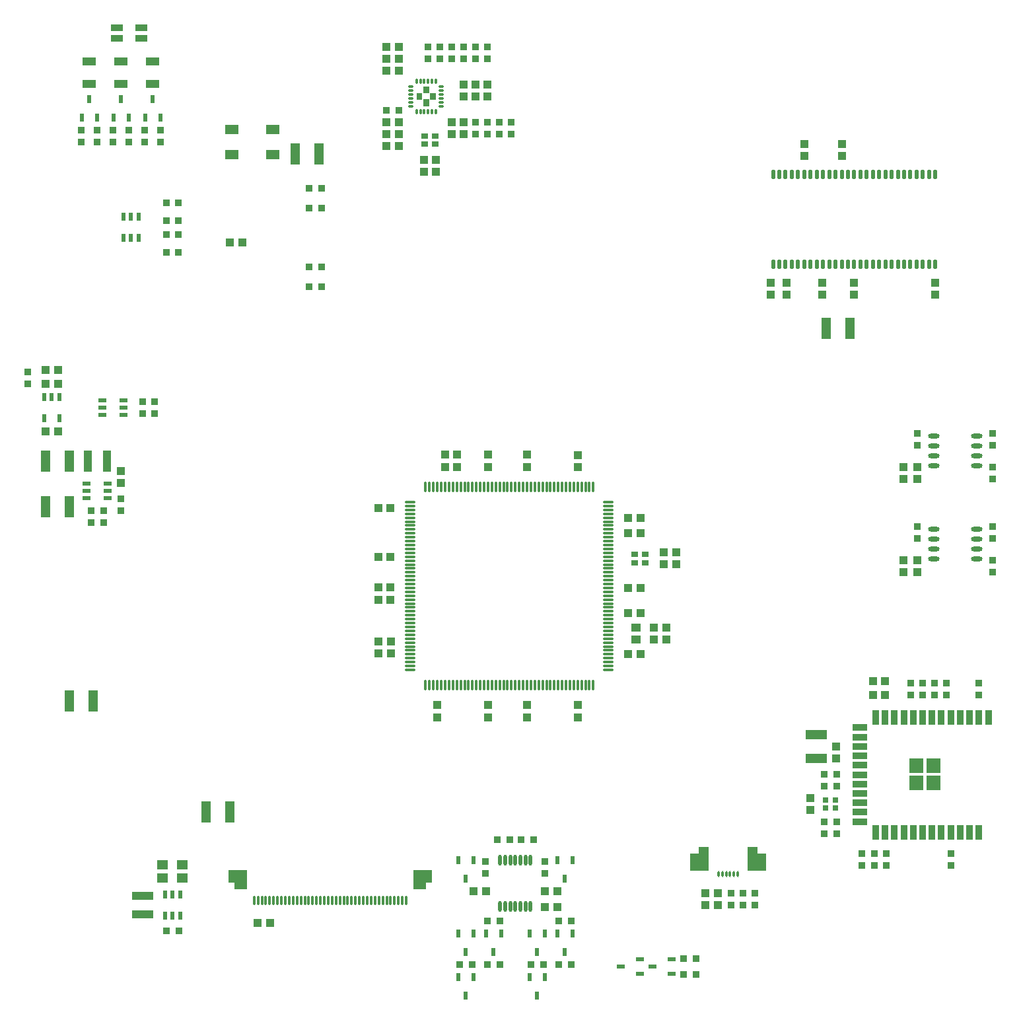
<source format=gtp>
G04*
G04 #@! TF.GenerationSoftware,Altium Limited,Altium Designer,22.9.1 (49)*
G04*
G04 Layer_Color=8421504*
%FSLAX25Y25*%
%MOIN*%
G70*
G04*
G04 #@! TF.SameCoordinates,BD774D37-2A64-432E-85FC-E47F3F74055D*
G04*
G04*
G04 #@! TF.FilePolarity,Positive*
G04*
G01*
G75*
%ADD13R,0.04921X0.11024*%
%ADD14R,0.03740X0.03347*%
%ADD15R,0.05906X0.03543*%
%ADD16R,0.07165X0.04882*%
%ADD17R,0.03347X0.02953*%
G04:AMPARAMS|DCode=18|XSize=23.62mil|YSize=57.09mil|CornerRadius=11.81mil|HoleSize=0mil|Usage=FLASHONLY|Rotation=270.000|XOffset=0mil|YOffset=0mil|HoleType=Round|Shape=RoundedRectangle|*
%AMROUNDEDRECTD18*
21,1,0.02362,0.03347,0,0,270.0*
21,1,0.00000,0.05709,0,0,270.0*
1,1,0.02362,-0.01673,0.00000*
1,1,0.02362,-0.01673,0.00000*
1,1,0.02362,0.01673,0.00000*
1,1,0.02362,0.01673,0.00000*
%
%ADD18ROUNDEDRECTD18*%
%ADD19R,0.03937X0.03839*%
%ADD20R,0.03150X0.02756*%
%ADD21R,0.03839X0.03937*%
G04:AMPARAMS|DCode=22|XSize=11.81mil|YSize=55.12mil|CornerRadius=5.91mil|HoleSize=0mil|Usage=FLASHONLY|Rotation=270.000|XOffset=0mil|YOffset=0mil|HoleType=Round|Shape=RoundedRectangle|*
%AMROUNDEDRECTD22*
21,1,0.01181,0.04331,0,0,270.0*
21,1,0.00000,0.05512,0,0,270.0*
1,1,0.01181,-0.02165,0.00000*
1,1,0.01181,-0.02165,0.00000*
1,1,0.01181,0.02165,0.00000*
1,1,0.01181,0.02165,0.00000*
%
%ADD22ROUNDEDRECTD22*%
G04:AMPARAMS|DCode=23|XSize=11.81mil|YSize=55.12mil|CornerRadius=5.91mil|HoleSize=0mil|Usage=FLASHONLY|Rotation=180.000|XOffset=0mil|YOffset=0mil|HoleType=Round|Shape=RoundedRectangle|*
%AMROUNDEDRECTD23*
21,1,0.01181,0.04331,0,0,180.0*
21,1,0.00000,0.05512,0,0,180.0*
1,1,0.01181,0.00000,0.02165*
1,1,0.01181,0.00000,0.02165*
1,1,0.01181,0.00000,-0.02165*
1,1,0.01181,0.00000,-0.02165*
%
%ADD23ROUNDEDRECTD23*%
%ADD24R,0.04921X0.03937*%
G04:AMPARAMS|DCode=25|XSize=21.65mil|YSize=47.24mil|CornerRadius=10.83mil|HoleSize=0mil|Usage=FLASHONLY|Rotation=180.000|XOffset=0mil|YOffset=0mil|HoleType=Round|Shape=RoundedRectangle|*
%AMROUNDEDRECTD25*
21,1,0.02165,0.02559,0,0,180.0*
21,1,0.00000,0.04724,0,0,180.0*
1,1,0.02165,0.00000,0.01280*
1,1,0.02165,0.00000,0.01280*
1,1,0.02165,0.00000,-0.01280*
1,1,0.02165,0.00000,-0.01280*
%
%ADD25ROUNDEDRECTD25*%
%ADD26R,0.03201X0.07402*%
%ADD27R,0.07402X0.03201*%
%ADD28R,0.11024X0.04921*%
%ADD29R,0.03347X0.03740*%
G04:AMPARAMS|DCode=30|XSize=11.81mil|YSize=31.5mil|CornerRadius=5.91mil|HoleSize=0mil|Usage=FLASHONLY|Rotation=180.000|XOffset=0mil|YOffset=0mil|HoleType=Round|Shape=RoundedRectangle|*
%AMROUNDEDRECTD30*
21,1,0.01181,0.01968,0,0,180.0*
21,1,0.00000,0.03150,0,0,180.0*
1,1,0.01181,0.00000,0.00984*
1,1,0.01181,0.00000,0.00984*
1,1,0.01181,0.00000,-0.00984*
1,1,0.01181,0.00000,-0.00984*
%
%ADD30ROUNDEDRECTD30*%
%ADD31R,0.03937X0.03937*%
%ADD32R,0.03937X0.02362*%
%ADD33R,0.02362X0.03937*%
G04:AMPARAMS|DCode=34|XSize=17.72mil|YSize=55.12mil|CornerRadius=8.86mil|HoleSize=0mil|Usage=FLASHONLY|Rotation=0.000|XOffset=0mil|YOffset=0mil|HoleType=Round|Shape=RoundedRectangle|*
%AMROUNDEDRECTD34*
21,1,0.01772,0.03740,0,0,0.0*
21,1,0.00000,0.05512,0,0,0.0*
1,1,0.01772,0.00000,-0.01870*
1,1,0.01772,0.00000,-0.01870*
1,1,0.01772,0.00000,0.01870*
1,1,0.01772,0.00000,0.01870*
%
%ADD34ROUNDEDRECTD34*%
%ADD35R,0.05512X0.04528*%
%ADD36R,0.10630X0.03937*%
G04:AMPARAMS|DCode=37|XSize=11.81mil|YSize=47.24mil|CornerRadius=5.91mil|HoleSize=0mil|Usage=FLASHONLY|Rotation=180.000|XOffset=0mil|YOffset=0mil|HoleType=Round|Shape=RoundedRectangle|*
%AMROUNDEDRECTD37*
21,1,0.01181,0.03543,0,0,180.0*
21,1,0.00000,0.04724,0,0,180.0*
1,1,0.01181,0.00000,0.01772*
1,1,0.01181,0.00000,0.01772*
1,1,0.01181,0.00000,-0.01772*
1,1,0.01181,0.00000,-0.01772*
%
%ADD37ROUNDEDRECTD37*%
%ADD38R,0.06299X0.06299*%
%ADD39R,0.02362X0.04134*%
%ADD40R,0.03937X0.10630*%
G04:AMPARAMS|DCode=41|XSize=13.78mil|YSize=27.56mil|CornerRadius=6.89mil|HoleSize=0mil|Usage=FLASHONLY|Rotation=180.000|XOffset=0mil|YOffset=0mil|HoleType=Round|Shape=RoundedRectangle|*
%AMROUNDEDRECTD41*
21,1,0.01378,0.01378,0,0,180.0*
21,1,0.00000,0.02756,0,0,180.0*
1,1,0.01378,0.00000,0.00689*
1,1,0.01378,0.00000,0.00689*
1,1,0.01378,0.00000,-0.00689*
1,1,0.01378,0.00000,-0.00689*
%
%ADD41ROUNDEDRECTD41*%
G04:AMPARAMS|DCode=42|XSize=13.78mil|YSize=27.56mil|CornerRadius=6.89mil|HoleSize=0mil|Usage=FLASHONLY|Rotation=90.000|XOffset=0mil|YOffset=0mil|HoleType=Round|Shape=RoundedRectangle|*
%AMROUNDEDRECTD42*
21,1,0.01378,0.01378,0,0,90.0*
21,1,0.00000,0.02756,0,0,90.0*
1,1,0.01378,0.00689,0.00000*
1,1,0.01378,0.00689,0.00000*
1,1,0.01378,-0.00689,0.00000*
1,1,0.01378,-0.00689,0.00000*
%
%ADD42ROUNDEDRECTD42*%
%ADD43R,0.06693X0.04134*%
G36*
X-44500Y213500D02*
X-47500D01*
Y216900D01*
X-44500D01*
Y213500D01*
D02*
G37*
G36*
X-41100Y210200D02*
X-44000D01*
Y213800D01*
X-41100D01*
Y210200D01*
D02*
G37*
G36*
X-48000D02*
X-50900D01*
Y213800D01*
X-48000D01*
Y210200D01*
D02*
G37*
G36*
X-44500Y207100D02*
X-47500D01*
Y210500D01*
X-44500D01*
Y207100D01*
D02*
G37*
G36*
X213674Y-129213D02*
X206587D01*
Y-122126D01*
X213674D01*
Y-129213D01*
D02*
G37*
G36*
X205013D02*
X197926D01*
Y-122126D01*
X205013D01*
Y-129213D01*
D02*
G37*
G36*
X213674Y-137874D02*
X206587D01*
Y-130787D01*
X213674D01*
Y-137874D01*
D02*
G37*
G36*
X205013D02*
X197926D01*
Y-130787D01*
X205013D01*
Y-137874D01*
D02*
G37*
G36*
X121311Y-170118D02*
X125641Y-170118D01*
Y-178779D01*
X116192D01*
Y-166771D01*
X121311Y-166771D01*
Y-170118D01*
D02*
G37*
G36*
X96508Y-178779D02*
X87059Y-178779D01*
Y-170118D01*
X91389Y-170118D01*
Y-166771D01*
X96508D01*
Y-178779D01*
D02*
G37*
G36*
X-43122Y-184691D02*
X-46272D01*
Y-187840D01*
X-52571D01*
Y-184691D01*
Y-178391D01*
X-43122D01*
Y-184691D01*
D02*
G37*
G36*
X-136429D02*
Y-187840D01*
X-142728D01*
Y-184691D01*
X-145878D01*
Y-178391D01*
X-136429D01*
Y-184691D01*
D02*
G37*
D13*
X155996Y95000D02*
D03*
X168004D02*
D03*
X-157004Y-149000D02*
D03*
X-144996D02*
D03*
X-213996Y-93000D02*
D03*
X-226004D02*
D03*
X-225996Y28000D02*
D03*
X-238004D02*
D03*
X-225996Y5000D02*
D03*
X-238004D02*
D03*
X-112004Y183000D02*
D03*
X-99996D02*
D03*
D14*
X174000Y-169949D02*
D03*
Y-176051D02*
D03*
X202000Y35949D02*
D03*
Y42051D02*
D03*
X240000Y35949D02*
D03*
Y42051D02*
D03*
Y25051D02*
D03*
Y18949D02*
D03*
Y-21949D02*
D03*
Y-28051D02*
D03*
Y-11051D02*
D03*
Y-4949D02*
D03*
X202000Y-11051D02*
D03*
Y-4949D02*
D03*
X198500Y-90051D02*
D03*
Y-83949D02*
D03*
X204500Y-90051D02*
D03*
Y-83949D02*
D03*
X210500Y-90051D02*
D03*
Y-83949D02*
D03*
X216500Y-90051D02*
D03*
Y-83949D02*
D03*
X232969D02*
D03*
Y-90051D02*
D03*
X180200Y-176051D02*
D03*
Y-169949D02*
D03*
X186200Y-176051D02*
D03*
Y-169949D02*
D03*
X218749Y-176051D02*
D03*
Y-169949D02*
D03*
X120000Y-189949D02*
D03*
Y-196051D02*
D03*
X114000Y-189949D02*
D03*
Y-196051D02*
D03*
X108000Y-189949D02*
D03*
Y-196051D02*
D03*
X14000Y-180051D02*
D03*
Y-173949D02*
D03*
X-16000D02*
D03*
Y-180051D02*
D03*
X-247000Y66949D02*
D03*
Y73051D02*
D03*
X-200000Y9051D02*
D03*
Y2949D02*
D03*
X-183000Y51949D02*
D03*
Y58051D02*
D03*
X-189000D02*
D03*
Y51949D02*
D03*
X-3000Y199051D02*
D03*
Y192949D02*
D03*
X-9000Y199051D02*
D03*
Y192949D02*
D03*
X-15000Y199051D02*
D03*
Y192949D02*
D03*
X-21000Y199051D02*
D03*
Y192949D02*
D03*
X-15000Y237051D02*
D03*
Y230949D02*
D03*
X-21000D02*
D03*
Y237051D02*
D03*
X-27000D02*
D03*
Y230949D02*
D03*
X-33000D02*
D03*
Y237051D02*
D03*
X-39000Y230949D02*
D03*
Y237051D02*
D03*
X-45000Y230949D02*
D03*
Y237051D02*
D03*
X-180000Y188949D02*
D03*
Y195051D02*
D03*
X-188000Y188949D02*
D03*
Y195051D02*
D03*
X-196000Y188949D02*
D03*
Y195051D02*
D03*
X-204000Y188949D02*
D03*
Y195051D02*
D03*
X-212000Y188949D02*
D03*
Y195051D02*
D03*
X-220000Y188949D02*
D03*
Y195051D02*
D03*
D15*
X-189898Y241244D02*
D03*
Y246756D02*
D03*
X-202102Y241244D02*
D03*
Y246756D02*
D03*
D16*
X-123500Y195417D02*
D03*
Y182583D02*
D03*
X-144000Y195417D02*
D03*
Y182583D02*
D03*
D17*
X64657Y-19138D02*
D03*
Y-23272D02*
D03*
X59342D02*
D03*
Y-19138D02*
D03*
X-46657Y192067D02*
D03*
Y187933D02*
D03*
X-41342D02*
D03*
Y192067D02*
D03*
D18*
X231728Y-21500D02*
D03*
Y-16500D02*
D03*
Y-11500D02*
D03*
Y-6500D02*
D03*
X210272Y-21500D02*
D03*
Y-16500D02*
D03*
Y-11500D02*
D03*
Y-6500D02*
D03*
Y40500D02*
D03*
Y35500D02*
D03*
Y30500D02*
D03*
Y25500D02*
D03*
X231728Y40500D02*
D03*
Y35500D02*
D03*
Y30500D02*
D03*
Y25500D02*
D03*
D19*
X-41000Y180100D02*
D03*
Y173900D02*
D03*
X-47000Y180100D02*
D03*
Y173900D02*
D03*
X-36480Y31201D02*
D03*
Y25000D02*
D03*
X-30543D02*
D03*
Y31201D02*
D03*
X-14827D02*
D03*
Y25000D02*
D03*
X4858Y31201D02*
D03*
Y25000D02*
D03*
X30449Y24900D02*
D03*
Y31100D02*
D03*
Y-101201D02*
D03*
Y-95000D02*
D03*
X4858Y-101201D02*
D03*
Y-95000D02*
D03*
X-14827Y-101201D02*
D03*
Y-95000D02*
D03*
X-40417Y-101201D02*
D03*
Y-95000D02*
D03*
X164000Y181900D02*
D03*
Y188100D02*
D03*
X145000Y181900D02*
D03*
Y188100D02*
D03*
X211000Y118100D02*
D03*
Y111900D02*
D03*
X170000Y118100D02*
D03*
Y111900D02*
D03*
X154000Y118100D02*
D03*
Y111900D02*
D03*
X136000Y118100D02*
D03*
Y111900D02*
D03*
X128000Y118100D02*
D03*
Y111900D02*
D03*
X202000Y25100D02*
D03*
Y18900D02*
D03*
X195000Y25100D02*
D03*
Y18900D02*
D03*
X202000Y-21900D02*
D03*
Y-28100D02*
D03*
X195000Y-21900D02*
D03*
Y-28100D02*
D03*
X161000Y-115900D02*
D03*
Y-122100D02*
D03*
X148000Y-148100D02*
D03*
Y-141900D02*
D03*
X-200000Y16900D02*
D03*
Y23100D02*
D03*
X-27000Y199100D02*
D03*
Y192900D02*
D03*
X-33000Y199100D02*
D03*
Y192900D02*
D03*
X-15000Y211900D02*
D03*
Y218100D02*
D03*
X-21000Y211900D02*
D03*
Y218100D02*
D03*
X-27000Y211900D02*
D03*
Y218100D02*
D03*
D20*
X155441Y-143032D02*
D03*
Y-146968D02*
D03*
X160559D02*
D03*
Y-143032D02*
D03*
D21*
X-63900Y-69000D02*
D03*
X-70100D02*
D03*
Y-63000D02*
D03*
X-63900D02*
D03*
X-70201Y-41890D02*
D03*
X-64000D02*
D03*
Y-35795D02*
D03*
X-70201D02*
D03*
Y-20236D02*
D03*
X-64000D02*
D03*
X-70201Y4386D02*
D03*
X-64000D02*
D03*
X62201Y-551D02*
D03*
X56000D02*
D03*
X62201Y-8425D02*
D03*
X56000D02*
D03*
X80100Y-18000D02*
D03*
X73900D02*
D03*
X80100Y-24000D02*
D03*
X73900D02*
D03*
X62201Y-36016D02*
D03*
X56000D02*
D03*
X62201Y-48764D02*
D03*
X56000D02*
D03*
X75100Y-56047D02*
D03*
X68900D02*
D03*
X75100Y-61953D02*
D03*
X68900D02*
D03*
X62201Y-69480D02*
D03*
X56000D02*
D03*
X185600Y-83000D02*
D03*
X179400D02*
D03*
X185600Y-90000D02*
D03*
X179400D02*
D03*
X101100Y-190000D02*
D03*
X94900D02*
D03*
Y-196000D02*
D03*
X101100D02*
D03*
X20100Y-189000D02*
D03*
X13900D02*
D03*
X20100Y-197000D02*
D03*
X13900D02*
D03*
X-22100Y-189000D02*
D03*
X-15900D02*
D03*
X-131100Y-205000D02*
D03*
X-124900D02*
D03*
X-231900Y67000D02*
D03*
X-238100D02*
D03*
X-231900Y74000D02*
D03*
X-238100D02*
D03*
X-231900Y43000D02*
D03*
X-238100D02*
D03*
X-59900Y237000D02*
D03*
X-66100D02*
D03*
X-59900Y231000D02*
D03*
X-66100D02*
D03*
X-59900Y225000D02*
D03*
X-66100D02*
D03*
Y198949D02*
D03*
X-59900D02*
D03*
Y192949D02*
D03*
X-66100D02*
D03*
X-59900Y187000D02*
D03*
X-66100D02*
D03*
X-145000Y138400D02*
D03*
X-138799D02*
D03*
D22*
X46000Y-75354D02*
D03*
Y-12362D02*
D03*
Y-10394D02*
D03*
X-54000Y7323D02*
D03*
Y-75354D02*
D03*
Y-73386D02*
D03*
Y-71417D02*
D03*
Y-69449D02*
D03*
Y-67480D02*
D03*
Y-65512D02*
D03*
Y-63543D02*
D03*
Y-61575D02*
D03*
Y-59606D02*
D03*
Y-57638D02*
D03*
Y-55669D02*
D03*
Y-53701D02*
D03*
Y-51732D02*
D03*
Y-49764D02*
D03*
Y-47795D02*
D03*
Y-45827D02*
D03*
Y-43858D02*
D03*
Y-41890D02*
D03*
Y-39921D02*
D03*
Y-37953D02*
D03*
Y-35984D02*
D03*
Y-34016D02*
D03*
Y-32047D02*
D03*
Y-30079D02*
D03*
Y-28110D02*
D03*
Y-26142D02*
D03*
Y-24173D02*
D03*
Y-22205D02*
D03*
Y-20236D02*
D03*
Y-18268D02*
D03*
Y-16299D02*
D03*
Y-14331D02*
D03*
Y-12362D02*
D03*
Y-10394D02*
D03*
Y-8425D02*
D03*
Y-6457D02*
D03*
Y-4488D02*
D03*
Y-2520D02*
D03*
Y-551D02*
D03*
Y1417D02*
D03*
Y3386D02*
D03*
Y5354D02*
D03*
X46000Y7323D02*
D03*
Y5354D02*
D03*
Y3386D02*
D03*
Y1417D02*
D03*
Y-551D02*
D03*
Y-2520D02*
D03*
Y-4488D02*
D03*
Y-6457D02*
D03*
Y-8425D02*
D03*
Y-14331D02*
D03*
Y-16299D02*
D03*
Y-18268D02*
D03*
Y-20236D02*
D03*
Y-22205D02*
D03*
Y-24173D02*
D03*
Y-26142D02*
D03*
Y-28110D02*
D03*
Y-30079D02*
D03*
Y-32047D02*
D03*
Y-34016D02*
D03*
Y-35984D02*
D03*
Y-37953D02*
D03*
Y-39921D02*
D03*
Y-41890D02*
D03*
Y-43858D02*
D03*
Y-45827D02*
D03*
Y-47795D02*
D03*
Y-49764D02*
D03*
Y-51732D02*
D03*
Y-53701D02*
D03*
Y-55669D02*
D03*
Y-57638D02*
D03*
Y-59606D02*
D03*
Y-61575D02*
D03*
Y-63543D02*
D03*
Y-65512D02*
D03*
Y-67480D02*
D03*
Y-69449D02*
D03*
Y-71417D02*
D03*
Y-73386D02*
D03*
Y-77323D02*
D03*
X-54000D02*
D03*
D23*
X-1047Y-85000D02*
D03*
X12732Y15000D02*
D03*
X38323Y-85000D02*
D03*
X36354D02*
D03*
X34386D02*
D03*
X32417D02*
D03*
X30449D02*
D03*
X28480D02*
D03*
X26512D02*
D03*
X24543D02*
D03*
X22575D02*
D03*
X20606D02*
D03*
X18638D02*
D03*
X16669D02*
D03*
X14701D02*
D03*
X12732D02*
D03*
X10764D02*
D03*
X8795D02*
D03*
X6827D02*
D03*
X4858D02*
D03*
X2890D02*
D03*
X921D02*
D03*
X-3016D02*
D03*
X-4984D02*
D03*
X-6953D02*
D03*
X-8921D02*
D03*
X-10890D02*
D03*
X-12858D02*
D03*
X-14827D02*
D03*
X-16795D02*
D03*
X-18764D02*
D03*
X-20732D02*
D03*
X-22701D02*
D03*
X-24669D02*
D03*
X-26638D02*
D03*
X-28606D02*
D03*
X-30575D02*
D03*
X-32543D02*
D03*
X-34512D02*
D03*
X-36480D02*
D03*
X-38449D02*
D03*
X-40417D02*
D03*
X-42386D02*
D03*
X-44354D02*
D03*
X-46323D02*
D03*
Y15000D02*
D03*
X-44354D02*
D03*
X-42386D02*
D03*
X-40417D02*
D03*
X-38449D02*
D03*
X-36480D02*
D03*
X-34512D02*
D03*
X-32543D02*
D03*
X-30575D02*
D03*
X-28606D02*
D03*
X-26638D02*
D03*
X-24669D02*
D03*
X-22701D02*
D03*
X-20732D02*
D03*
X-18764D02*
D03*
X-16795D02*
D03*
X-14827D02*
D03*
X-12858D02*
D03*
X-10890D02*
D03*
X-8921D02*
D03*
X-6953D02*
D03*
X-4984D02*
D03*
X-3016D02*
D03*
X-1047D02*
D03*
X921D02*
D03*
X2890D02*
D03*
X4858D02*
D03*
X6827D02*
D03*
X8795D02*
D03*
X10764D02*
D03*
X14701D02*
D03*
X16669D02*
D03*
X18638D02*
D03*
X20606D02*
D03*
X22575D02*
D03*
X24543D02*
D03*
X26512D02*
D03*
X28480D02*
D03*
X30449D02*
D03*
X32417D02*
D03*
X34386D02*
D03*
X36354D02*
D03*
X38323D02*
D03*
D24*
X60000Y-56094D02*
D03*
Y-62000D02*
D03*
D25*
X210945Y172638D02*
D03*
X207795D02*
D03*
X204646D02*
D03*
X201496D02*
D03*
X198346D02*
D03*
X195197D02*
D03*
X192047D02*
D03*
X188898D02*
D03*
X185748D02*
D03*
X182598D02*
D03*
X179449D02*
D03*
X176299D02*
D03*
X173150D02*
D03*
X170000D02*
D03*
X166850D02*
D03*
X163701D02*
D03*
X160551D02*
D03*
X157402D02*
D03*
X154252D02*
D03*
X151102D02*
D03*
X147953D02*
D03*
X144803D02*
D03*
X141654D02*
D03*
X138504D02*
D03*
X135354D02*
D03*
X132205D02*
D03*
X129055D02*
D03*
X210945Y127362D02*
D03*
X207795D02*
D03*
X204646D02*
D03*
X201496D02*
D03*
X198346D02*
D03*
X195197D02*
D03*
X192047D02*
D03*
X188898D02*
D03*
X185748D02*
D03*
X182598D02*
D03*
X179449D02*
D03*
X176299D02*
D03*
X173150D02*
D03*
X170000D02*
D03*
X166850D02*
D03*
X163701D02*
D03*
X160551D02*
D03*
X157402D02*
D03*
X154252D02*
D03*
X151102D02*
D03*
X147953D02*
D03*
X144803D02*
D03*
X141654D02*
D03*
X138504D02*
D03*
X135354D02*
D03*
X132205D02*
D03*
X129055D02*
D03*
D26*
X232969Y-159189D02*
D03*
X228229D02*
D03*
X223489D02*
D03*
X214009D02*
D03*
X209268D02*
D03*
X204528D02*
D03*
X199788D02*
D03*
X195048D02*
D03*
X190308D02*
D03*
X237709Y-101189D02*
D03*
X228229D02*
D03*
X223489D02*
D03*
X218749D02*
D03*
X214009D02*
D03*
X195048D02*
D03*
X190308D02*
D03*
X185568D02*
D03*
X180828D02*
D03*
X199788D02*
D03*
X204528D02*
D03*
X218749Y-159189D02*
D03*
X185568D02*
D03*
X180828D02*
D03*
X209268Y-101189D02*
D03*
X232969D02*
D03*
D27*
X173013Y-144407D02*
D03*
Y-139667D02*
D03*
Y-134927D02*
D03*
Y-125447D02*
D03*
Y-120707D02*
D03*
Y-115966D02*
D03*
Y-111226D02*
D03*
Y-106486D02*
D03*
Y-153888D02*
D03*
Y-149148D02*
D03*
Y-130187D02*
D03*
D28*
X151000Y-122004D02*
D03*
Y-109996D02*
D03*
D29*
X154949Y-130000D02*
D03*
X161051D02*
D03*
X154949Y-136000D02*
D03*
X161051D02*
D03*
X154949Y-154000D02*
D03*
X161051D02*
D03*
X154949Y-160000D02*
D03*
X161051D02*
D03*
X90051Y-223000D02*
D03*
X83949D02*
D03*
X90051Y-231000D02*
D03*
X83949D02*
D03*
X6949Y-226000D02*
D03*
X13051D02*
D03*
X20949D02*
D03*
X27051D02*
D03*
X-15051D02*
D03*
X-8949D02*
D03*
X-29051D02*
D03*
X-22949D02*
D03*
X-15051Y-204000D02*
D03*
X-8949D02*
D03*
X1949Y-163000D02*
D03*
X8051D02*
D03*
X-10051D02*
D03*
X-3949D02*
D03*
X20949Y-204000D02*
D03*
X27051D02*
D03*
X-177051Y-209000D02*
D03*
X-170949D02*
D03*
X-208949Y3000D02*
D03*
X-215051D02*
D03*
Y-3000D02*
D03*
X-208949D02*
D03*
X-59949Y205000D02*
D03*
X-66051D02*
D03*
X-171000Y158400D02*
D03*
X-177102D02*
D03*
X-171000Y149400D02*
D03*
X-177102D02*
D03*
X-171000Y142400D02*
D03*
X-177102D02*
D03*
X-171000Y133400D02*
D03*
X-177102D02*
D03*
X-105000Y116000D02*
D03*
X-98898D02*
D03*
X-105000Y126000D02*
D03*
X-98898D02*
D03*
X-105000Y155800D02*
D03*
X-98898D02*
D03*
X-105000Y165800D02*
D03*
X-98898D02*
D03*
D30*
X103397Y-180354D02*
D03*
X109303D02*
D03*
X111271D02*
D03*
X107334D02*
D03*
X105366D02*
D03*
X101429D02*
D03*
D31*
X92041Y-173870D02*
D03*
X120659D02*
D03*
D32*
X77724Y-230740D02*
D03*
Y-223260D02*
D03*
X68276Y-227000D02*
D03*
X61724Y-230740D02*
D03*
X52276Y-227000D02*
D03*
X61724Y-223260D02*
D03*
X-206685Y16740D02*
D03*
Y13000D02*
D03*
Y9260D02*
D03*
X-217315D02*
D03*
Y13000D02*
D03*
Y16740D02*
D03*
X-209315Y58740D02*
D03*
Y55000D02*
D03*
Y51260D02*
D03*
X-198685D02*
D03*
Y55000D02*
D03*
Y58740D02*
D03*
D33*
X24000Y-219724D02*
D03*
X20260Y-210276D02*
D03*
X27740D02*
D03*
X10000Y-219724D02*
D03*
X6260Y-210276D02*
D03*
X13740D02*
D03*
X10000Y-241724D02*
D03*
X6260Y-232276D02*
D03*
X13740D02*
D03*
X-12000Y-219724D02*
D03*
X-15740Y-210276D02*
D03*
X-8260D02*
D03*
X-26000Y-219724D02*
D03*
X-29740Y-210276D02*
D03*
X-22260D02*
D03*
X-26000Y-241724D02*
D03*
X-29740Y-232276D02*
D03*
X-22260D02*
D03*
X24000Y-182724D02*
D03*
X20260Y-173276D02*
D03*
X27740D02*
D03*
X-22260D02*
D03*
X-29740D02*
D03*
X-26000Y-182724D02*
D03*
X-177740Y-201315D02*
D03*
X-174000D02*
D03*
X-170260D02*
D03*
Y-190685D02*
D03*
X-174000D02*
D03*
X-177740D02*
D03*
X-198740Y140685D02*
D03*
X-195000D02*
D03*
X-191260D02*
D03*
Y151315D02*
D03*
X-195000D02*
D03*
X-198740D02*
D03*
X-203740Y201276D02*
D03*
X-196260D02*
D03*
X-200000Y210724D02*
D03*
X-187740Y201276D02*
D03*
X-180260D02*
D03*
X-184000Y210724D02*
D03*
X-219740Y201276D02*
D03*
X-212260D02*
D03*
X-216000Y210724D02*
D03*
D34*
X6677Y-173386D02*
D03*
X4118D02*
D03*
X1559D02*
D03*
X-1000D02*
D03*
X-3559D02*
D03*
X-6118D02*
D03*
X-8677D02*
D03*
X6677Y-196614D02*
D03*
X4118D02*
D03*
X1559D02*
D03*
X-1000D02*
D03*
X-3559D02*
D03*
X-6118D02*
D03*
X-8677D02*
D03*
D35*
X-169000Y-175555D02*
D03*
Y-182445D02*
D03*
X-179000Y-175555D02*
D03*
Y-182445D02*
D03*
D36*
X-189000Y-191276D02*
D03*
Y-200724D02*
D03*
D37*
X-56114Y-193746D02*
D03*
X-58083D02*
D03*
X-60051D02*
D03*
X-62020D02*
D03*
X-63988D02*
D03*
X-65957D02*
D03*
X-67925D02*
D03*
X-69894D02*
D03*
X-71862D02*
D03*
X-73831D02*
D03*
X-75799D02*
D03*
X-77768D02*
D03*
X-79736D02*
D03*
X-81705D02*
D03*
X-83673D02*
D03*
X-85642D02*
D03*
X-87610D02*
D03*
X-89579D02*
D03*
X-91547D02*
D03*
X-93516D02*
D03*
X-95484D02*
D03*
X-97453D02*
D03*
X-99421D02*
D03*
X-101390D02*
D03*
X-103358D02*
D03*
X-105327D02*
D03*
X-107295D02*
D03*
X-109264D02*
D03*
X-111232D02*
D03*
X-113201D02*
D03*
X-115169D02*
D03*
X-117138D02*
D03*
X-119106D02*
D03*
X-121075D02*
D03*
X-123043D02*
D03*
X-125012D02*
D03*
X-126980D02*
D03*
X-128949D02*
D03*
X-130917D02*
D03*
X-132886D02*
D03*
D38*
X-49421Y-181541D02*
D03*
X-139579D02*
D03*
D39*
X-231260Y60413D02*
D03*
X-235000D02*
D03*
X-238740D02*
D03*
Y49587D02*
D03*
X-231260D02*
D03*
D40*
X-207276Y28000D02*
D03*
X-216724D02*
D03*
D41*
X-50921Y204323D02*
D03*
X-48953D02*
D03*
X-46984D02*
D03*
X-45016D02*
D03*
X-43047D02*
D03*
X-41079D02*
D03*
Y219677D02*
D03*
X-43047D02*
D03*
X-45016D02*
D03*
X-46984D02*
D03*
X-48953D02*
D03*
X-50921D02*
D03*
D42*
X-38323Y207079D02*
D03*
Y209047D02*
D03*
Y211016D02*
D03*
Y212984D02*
D03*
Y214953D02*
D03*
Y216921D02*
D03*
X-53677D02*
D03*
Y214953D02*
D03*
Y212984D02*
D03*
Y211016D02*
D03*
Y209047D02*
D03*
Y207079D02*
D03*
D43*
X-184000Y218390D02*
D03*
Y229610D02*
D03*
X-200000Y218390D02*
D03*
Y229610D02*
D03*
X-216000Y218390D02*
D03*
Y229610D02*
D03*
M02*

</source>
